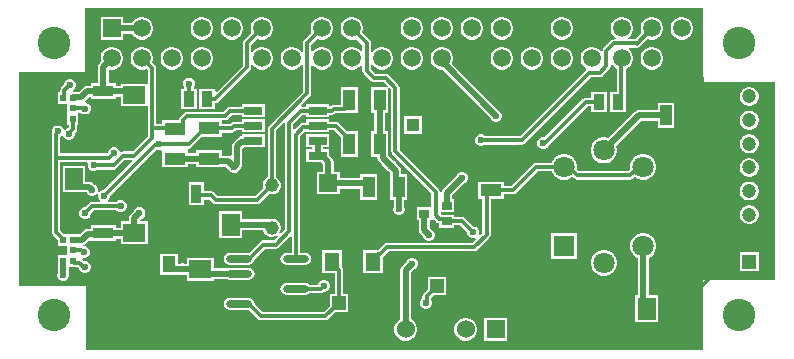
<source format=gbl>
G04*
G04 #@! TF.GenerationSoftware,Altium Limited,Altium Designer,22.3.1 (43)*
G04*
G04 Layer_Physical_Order=4*
G04 Layer_Color=16711680*
%FSLAX25Y25*%
%MOIN*%
G70*
G04*
G04 #@! TF.SameCoordinates,CFB6BFBE-1D4E-4C59-BBC9-44663F7F7C7A*
G04*
G04*
G04 #@! TF.FilePolarity,Positive*
G04*
G01*
G75*
%ADD17R,0.04921X0.06102*%
%ADD34R,0.04528X0.04528*%
%ADD35C,0.04528*%
%ADD36C,0.01280*%
%ADD39C,0.01181*%
%ADD40C,0.01968*%
%ADD41R,0.06024X0.06024*%
%ADD42C,0.06024*%
%ADD43C,0.05906*%
%ADD44R,0.05906X0.05906*%
%ADD45C,0.04331*%
%ADD46R,0.04331X0.04331*%
%ADD47R,0.04724X0.04724*%
%ADD48C,0.04724*%
%ADD49R,0.07087X0.07087*%
%ADD50C,0.07087*%
%ADD51C,0.10827*%
%ADD52C,0.02362*%
%ADD53R,0.07087X0.04134*%
%ADD54R,0.03347X0.06299*%
%ADD55R,0.05928X0.07316*%
%ADD56R,0.03740X0.05315*%
%ADD57R,0.06102X0.02756*%
%ADD58O,0.08661X0.02362*%
%ADD59R,0.03937X0.06890*%
%ADD60R,0.03543X0.02756*%
%ADD61R,0.04134X0.07087*%
%ADD62R,0.04449X0.05591*%
%ADD63R,0.07316X0.05928*%
%ADD64C,0.04634*%
%ADD65R,0.02055X0.02362*%
%ADD66R,0.06127X0.05924*%
%ADD67R,0.06693X0.03740*%
G36*
X229921Y91339D02*
X253937D01*
Y25591D01*
X229921D01*
Y1969D01*
X24409D01*
Y23425D01*
X1969D01*
Y94882D01*
X24016D01*
Y116142D01*
X229921D01*
Y91339D01*
D02*
G37*
%LPC*%
G36*
X43445Y113071D02*
X42460D01*
X41509Y112816D01*
X40656Y112324D01*
X39960Y111627D01*
X39677Y111137D01*
X36693D01*
Y113071D01*
X29213D01*
Y105591D01*
X36693D01*
Y107524D01*
X39677D01*
X39960Y107034D01*
X40656Y106338D01*
X41509Y105845D01*
X42460Y105591D01*
X43445D01*
X44396Y105845D01*
X45249Y106338D01*
X45946Y107034D01*
X46438Y107887D01*
X46693Y108838D01*
Y109823D01*
X46438Y110774D01*
X45946Y111627D01*
X45249Y112324D01*
X44396Y112816D01*
X43445Y113071D01*
D02*
G37*
G36*
X213445D02*
X212460D01*
X211509Y112816D01*
X210656Y112324D01*
X209960Y111627D01*
X209468Y110774D01*
X209213Y109823D01*
Y108838D01*
X209468Y107887D01*
X209488Y107852D01*
X207331Y105696D01*
X205138D01*
X205004Y106196D01*
X205249Y106338D01*
X205946Y107034D01*
X206438Y107887D01*
X206693Y108838D01*
Y109823D01*
X206438Y110774D01*
X205946Y111627D01*
X205249Y112324D01*
X204396Y112816D01*
X203445Y113071D01*
X202460D01*
X201509Y112816D01*
X200656Y112324D01*
X199960Y111627D01*
X199468Y110774D01*
X199213Y109823D01*
Y108838D01*
X199468Y107887D01*
X199960Y107034D01*
X200656Y106338D01*
X200901Y106196D01*
X200767Y105696D01*
X200433D01*
X199895Y105589D01*
X199440Y105285D01*
X196821Y102667D01*
X196517Y102211D01*
X196432Y101785D01*
X196085Y101666D01*
X195910Y101663D01*
X195249Y102324D01*
X194396Y102816D01*
X193445Y103071D01*
X192460D01*
X191509Y102816D01*
X190656Y102324D01*
X189960Y101627D01*
X189468Y100774D01*
X189213Y99823D01*
Y98838D01*
X189468Y97887D01*
X189960Y97034D01*
X190656Y96338D01*
X191106Y96078D01*
X191165Y95579D01*
X191135Y95484D01*
X169064Y73413D01*
X157403D01*
X157139Y73677D01*
X156415Y73976D01*
X155632D01*
X154909Y73677D01*
X154355Y73123D01*
X154055Y72399D01*
Y71616D01*
X154355Y70893D01*
X154909Y70339D01*
X155632Y70039D01*
X156415D01*
X157139Y70339D01*
X157403Y70603D01*
X169646D01*
X170183Y70710D01*
X170639Y71014D01*
X192747Y93123D01*
X195709D01*
X196246Y93230D01*
X196702Y93534D01*
X198808Y95640D01*
X199113Y96096D01*
X199220Y96634D01*
Y97316D01*
X199720Y97450D01*
X199960Y97034D01*
X200656Y96338D01*
X201390Y95914D01*
Y88248D01*
X198858D01*
Y81358D01*
X204173D01*
Y85947D01*
X204200Y86083D01*
Y95793D01*
X204396Y95846D01*
X205249Y96338D01*
X205946Y97034D01*
X206438Y97887D01*
X206693Y98838D01*
Y99823D01*
X206438Y100774D01*
X205946Y101627D01*
X205249Y102324D01*
X205140Y102386D01*
X205274Y102886D01*
X207676D01*
X207874Y102847D01*
X208412Y102954D01*
X208868Y103259D01*
X211474Y105866D01*
X211509Y105845D01*
X212460Y105591D01*
X213445D01*
X214396Y105845D01*
X215249Y106338D01*
X215946Y107034D01*
X216438Y107887D01*
X216693Y108838D01*
Y109823D01*
X216438Y110774D01*
X215946Y111627D01*
X215249Y112324D01*
X214396Y112816D01*
X213445Y113071D01*
D02*
G37*
G36*
X223445D02*
X222460D01*
X221509Y112816D01*
X220656Y112324D01*
X219960Y111627D01*
X219467Y110774D01*
X219213Y109823D01*
Y108838D01*
X219467Y107887D01*
X219960Y107034D01*
X220656Y106338D01*
X221509Y105845D01*
X222460Y105591D01*
X223445D01*
X224396Y105845D01*
X225249Y106338D01*
X225946Y107034D01*
X226438Y107887D01*
X226693Y108838D01*
Y109823D01*
X226438Y110774D01*
X225946Y111627D01*
X225249Y112324D01*
X224396Y112816D01*
X223445Y113071D01*
D02*
G37*
G36*
X183445D02*
X182460D01*
X181509Y112816D01*
X180656Y112324D01*
X179960Y111627D01*
X179467Y110774D01*
X179213Y109823D01*
Y108838D01*
X179467Y107887D01*
X179960Y107034D01*
X180656Y106338D01*
X181509Y105845D01*
X182460Y105591D01*
X183445D01*
X184396Y105845D01*
X185249Y106338D01*
X185946Y107034D01*
X186438Y107887D01*
X186693Y108838D01*
Y109823D01*
X186438Y110774D01*
X185946Y111627D01*
X185249Y112324D01*
X184396Y112816D01*
X183445Y113071D01*
D02*
G37*
G36*
X163445D02*
X162460D01*
X161509Y112816D01*
X160656Y112324D01*
X159960Y111627D01*
X159467Y110774D01*
X159213Y109823D01*
Y108838D01*
X159467Y107887D01*
X159960Y107034D01*
X160656Y106338D01*
X161509Y105845D01*
X162460Y105591D01*
X163445D01*
X164396Y105845D01*
X165249Y106338D01*
X165946Y107034D01*
X166438Y107887D01*
X166693Y108838D01*
Y109823D01*
X166438Y110774D01*
X165946Y111627D01*
X165249Y112324D01*
X164396Y112816D01*
X163445Y113071D01*
D02*
G37*
G36*
X153445D02*
X152460D01*
X151509Y112816D01*
X150656Y112324D01*
X149960Y111627D01*
X149468Y110774D01*
X149213Y109823D01*
Y108838D01*
X149468Y107887D01*
X149960Y107034D01*
X150656Y106338D01*
X151509Y105845D01*
X152460Y105591D01*
X153445D01*
X154396Y105845D01*
X155249Y106338D01*
X155946Y107034D01*
X156438Y107887D01*
X156693Y108838D01*
Y109823D01*
X156438Y110774D01*
X155946Y111627D01*
X155249Y112324D01*
X154396Y112816D01*
X153445Y113071D01*
D02*
G37*
G36*
X143445D02*
X142460D01*
X141509Y112816D01*
X140656Y112324D01*
X139960Y111627D01*
X139468Y110774D01*
X139213Y109823D01*
Y108838D01*
X139468Y107887D01*
X139960Y107034D01*
X140656Y106338D01*
X141509Y105845D01*
X142460Y105591D01*
X143445D01*
X144396Y105845D01*
X145249Y106338D01*
X145946Y107034D01*
X146438Y107887D01*
X146693Y108838D01*
Y109823D01*
X146438Y110774D01*
X145946Y111627D01*
X145249Y112324D01*
X144396Y112816D01*
X143445Y113071D01*
D02*
G37*
G36*
X133445D02*
X132460D01*
X131509Y112816D01*
X130656Y112324D01*
X129960Y111627D01*
X129467Y110774D01*
X129213Y109823D01*
Y108838D01*
X129467Y107887D01*
X129960Y107034D01*
X130656Y106338D01*
X131509Y105845D01*
X132460Y105591D01*
X133445D01*
X134396Y105845D01*
X135249Y106338D01*
X135946Y107034D01*
X136438Y107887D01*
X136693Y108838D01*
Y109823D01*
X136438Y110774D01*
X135946Y111627D01*
X135249Y112324D01*
X134396Y112816D01*
X133445Y113071D01*
D02*
G37*
G36*
X103445D02*
X102460D01*
X101509Y112816D01*
X100656Y112324D01*
X99960Y111627D01*
X99467Y110774D01*
X99213Y109823D01*
Y108838D01*
X99467Y107887D01*
X99488Y107852D01*
X97038Y105403D01*
X96733Y104947D01*
X96627Y104409D01*
Y101448D01*
X96127Y101314D01*
X95946Y101627D01*
X95249Y102324D01*
X94396Y102816D01*
X93445Y103071D01*
X92460D01*
X91509Y102816D01*
X90656Y102324D01*
X89960Y101627D01*
X89468Y100774D01*
X89213Y99823D01*
Y98838D01*
X89468Y97887D01*
X89960Y97034D01*
X90656Y96338D01*
X91509Y95846D01*
X92460Y95591D01*
X93445D01*
X94396Y95846D01*
X95249Y96338D01*
X95946Y97034D01*
X96127Y97348D01*
X96627Y97214D01*
Y88259D01*
X85259Y76892D01*
X84955Y76436D01*
X84848Y75898D01*
Y59720D01*
X84379Y59449D01*
X83811Y58881D01*
X83410Y58186D01*
X83202Y57410D01*
Y56606D01*
X83342Y56084D01*
X80749Y53492D01*
X68151D01*
X67027Y54615D01*
X66571Y54920D01*
X66034Y55027D01*
X63622D01*
Y58189D01*
X58701D01*
Y50315D01*
X63622D01*
Y52217D01*
X65452D01*
X66575Y51093D01*
X67031Y50789D01*
X67569Y50682D01*
X81331D01*
X81869Y50789D01*
X82325Y51093D01*
X85329Y54097D01*
X85851Y53957D01*
X86655D01*
X87431Y54165D01*
X88126Y54566D01*
X88694Y55134D01*
X89096Y55830D01*
X89304Y56606D01*
Y57410D01*
X89096Y58186D01*
X88694Y58881D01*
X88126Y59449D01*
X87658Y59720D01*
Y75317D01*
X90182Y77840D01*
X90682Y77633D01*
Y42354D01*
X89205Y40877D01*
X88805Y41184D01*
X89096Y41688D01*
X89304Y42464D01*
Y43268D01*
X89096Y44044D01*
X88694Y44740D01*
X88126Y45308D01*
X87431Y45709D01*
X86655Y45917D01*
X85851D01*
X85075Y45709D01*
X84887Y45601D01*
X84568Y45665D01*
X76256D01*
Y48304D01*
X68753D01*
Y39413D01*
X76256D01*
Y42052D01*
X83312D01*
X83410Y41688D01*
X83811Y40993D01*
X84379Y40425D01*
X85075Y40023D01*
X85851Y39815D01*
X86655D01*
X87431Y40023D01*
X87935Y40314D01*
X88242Y39914D01*
X86982Y38654D01*
X83292D01*
X82754Y38547D01*
X82299Y38242D01*
X78560Y34504D01*
X78543Y34507D01*
X72244D01*
X71476Y34354D01*
X70825Y33919D01*
X70390Y33268D01*
X70237Y32500D01*
X70390Y31732D01*
X70825Y31081D01*
X71476Y30646D01*
X72244Y30493D01*
X78543D01*
X79311Y30646D01*
X79962Y31081D01*
X80398Y31732D01*
X80550Y32500D01*
X80547Y32517D01*
X83874Y35844D01*
X87564D01*
X88101Y35951D01*
X88557Y36255D01*
X92424Y40123D01*
X92886Y39931D01*
Y34507D01*
X91142D01*
X90374Y34354D01*
X89723Y33919D01*
X89287Y33268D01*
X89135Y32500D01*
X89287Y31732D01*
X89723Y31081D01*
X90374Y30646D01*
X91142Y30493D01*
X97441D01*
X98209Y30646D01*
X98860Y31081D01*
X99295Y31732D01*
X99448Y32500D01*
X99295Y33268D01*
X98860Y33919D01*
X98209Y34354D01*
X97441Y34507D01*
X95696D01*
Y73355D01*
X97177Y74836D01*
X97677Y74705D01*
Y74705D01*
X105354D01*
Y75465D01*
X107076D01*
X109291Y73249D01*
Y66575D01*
X115000D01*
Y75236D01*
X111278D01*
X108651Y77864D01*
X108195Y78168D01*
X107658Y78275D01*
X105354D01*
Y79035D01*
X97677D01*
Y77744D01*
X96693D01*
X96155Y77637D01*
X95700Y77332D01*
X93954Y75586D01*
X93492Y75777D01*
Y77331D01*
X96625Y80465D01*
X97677D01*
Y79705D01*
X105354D01*
Y80524D01*
X106417D01*
X106955Y80631D01*
X107411Y80936D01*
X107472Y80997D01*
X110669D01*
X110805Y81024D01*
X115000D01*
Y89685D01*
X109291D01*
Y83807D01*
X106890D01*
X106352Y83700D01*
X105896Y83395D01*
X105854Y83353D01*
X105354Y83380D01*
Y84035D01*
X97677D01*
Y83275D01*
X96323D01*
X96116Y83775D01*
X99025Y86684D01*
X99330Y87139D01*
X99436Y87677D01*
Y96941D01*
X99936Y97075D01*
X99960Y97034D01*
X100656Y96338D01*
X101509Y95846D01*
X102460Y95591D01*
X103445D01*
X104396Y95846D01*
X105249Y96338D01*
X105946Y97034D01*
X106438Y97887D01*
X106693Y98838D01*
Y99823D01*
X106438Y100774D01*
X105946Y101627D01*
X105249Y102324D01*
X104396Y102816D01*
X103445Y103071D01*
X102460D01*
X101509Y102816D01*
X100656Y102324D01*
X99960Y101627D01*
X99936Y101587D01*
X99436Y101721D01*
Y103828D01*
X101474Y105866D01*
X101509Y105845D01*
X102460Y105591D01*
X103445D01*
X104396Y105845D01*
X105249Y106338D01*
X105946Y107034D01*
X106438Y107887D01*
X106693Y108838D01*
Y109823D01*
X106438Y110774D01*
X105946Y111627D01*
X105249Y112324D01*
X104396Y112816D01*
X103445Y113071D01*
D02*
G37*
G36*
X83445D02*
X82460D01*
X81509Y112816D01*
X80656Y112324D01*
X79960Y111627D01*
X79467Y110774D01*
X79213Y109823D01*
Y108838D01*
X79467Y107887D01*
X79488Y107852D01*
X76959Y105324D01*
X76655Y104868D01*
X76548Y104331D01*
Y96861D01*
X67903Y88217D01*
X67441Y88408D01*
Y89232D01*
X62126D01*
Y82342D01*
X67441D01*
Y84382D01*
X67461D01*
X67998Y84489D01*
X68454Y84794D01*
X78946Y95286D01*
X79251Y95742D01*
X79358Y96280D01*
Y97077D01*
X79858Y97211D01*
X79960Y97034D01*
X80656Y96338D01*
X81509Y95846D01*
X82460Y95591D01*
X83445D01*
X84396Y95846D01*
X85249Y96338D01*
X85946Y97034D01*
X86438Y97887D01*
X86693Y98838D01*
Y99823D01*
X86438Y100774D01*
X85946Y101627D01*
X85249Y102324D01*
X84396Y102816D01*
X83445Y103071D01*
X82460D01*
X81509Y102816D01*
X80656Y102324D01*
X79960Y101627D01*
X79858Y101450D01*
X79358Y101584D01*
Y103749D01*
X81474Y105866D01*
X81509Y105845D01*
X82460Y105591D01*
X83445D01*
X84396Y105845D01*
X85249Y106338D01*
X85946Y107034D01*
X86438Y107887D01*
X86693Y108838D01*
Y109823D01*
X86438Y110774D01*
X85946Y111627D01*
X85249Y112324D01*
X84396Y112816D01*
X83445Y113071D01*
D02*
G37*
G36*
X73445D02*
X72460D01*
X71509Y112816D01*
X70656Y112324D01*
X69960Y111627D01*
X69468Y110774D01*
X69213Y109823D01*
Y108838D01*
X69468Y107887D01*
X69960Y107034D01*
X70656Y106338D01*
X71509Y105845D01*
X72460Y105591D01*
X73445D01*
X74396Y105845D01*
X75249Y106338D01*
X75946Y107034D01*
X76438Y107887D01*
X76693Y108838D01*
Y109823D01*
X76438Y110774D01*
X75946Y111627D01*
X75249Y112324D01*
X74396Y112816D01*
X73445Y113071D01*
D02*
G37*
G36*
X63445D02*
X62460D01*
X61509Y112816D01*
X60656Y112324D01*
X59960Y111627D01*
X59468Y110774D01*
X59213Y109823D01*
Y108838D01*
X59468Y107887D01*
X59960Y107034D01*
X60656Y106338D01*
X61509Y105845D01*
X62460Y105591D01*
X63445D01*
X64396Y105845D01*
X65249Y106338D01*
X65946Y107034D01*
X66438Y107887D01*
X66693Y108838D01*
Y109823D01*
X66438Y110774D01*
X65946Y111627D01*
X65249Y112324D01*
X64396Y112816D01*
X63445Y113071D01*
D02*
G37*
G36*
X113445D02*
X112460D01*
X111509Y112816D01*
X110656Y112324D01*
X109960Y111627D01*
X109467Y110774D01*
X109213Y109823D01*
Y108838D01*
X109467Y107887D01*
X109960Y107034D01*
X110656Y106338D01*
X111509Y105845D01*
X112460Y105591D01*
X113445D01*
X114396Y105845D01*
X114431Y105866D01*
X116469Y103828D01*
Y101721D01*
X115969Y101587D01*
X115946Y101627D01*
X115249Y102324D01*
X114396Y102816D01*
X113445Y103071D01*
X112460D01*
X111509Y102816D01*
X110656Y102324D01*
X109960Y101627D01*
X109467Y100774D01*
X109213Y99823D01*
Y98838D01*
X109467Y97887D01*
X109960Y97034D01*
X110656Y96338D01*
X111509Y95846D01*
X112460Y95591D01*
X113445D01*
X114396Y95846D01*
X115249Y96338D01*
X115946Y97034D01*
X115969Y97075D01*
X116469Y96941D01*
Y95236D01*
X116576Y94699D01*
X116881Y94243D01*
X119400Y91723D01*
X119856Y91418D01*
X120394Y91312D01*
X123749D01*
X124875Y90185D01*
X124668Y89685D01*
X119331D01*
Y81024D01*
X120379D01*
Y75236D01*
X119331D01*
Y66575D01*
X121461D01*
Y66260D01*
X121599Y65569D01*
X121990Y64983D01*
X122895Y64078D01*
X123053Y63841D01*
X124114Y62780D01*
X124276Y62389D01*
X124830Y61835D01*
X125221Y61673D01*
X125753Y61142D01*
Y57657D01*
X125787Y57483D01*
Y52244D01*
X126835D01*
Y49925D01*
X126654Y49486D01*
Y48703D01*
X126953Y47979D01*
X127507Y47426D01*
X128231Y47126D01*
X129014D01*
X129737Y47426D01*
X130291Y47979D01*
X130591Y48703D01*
Y49486D01*
X130448Y49830D01*
Y52244D01*
X131496D01*
Y60905D01*
X129365D01*
Y61890D01*
X129228Y62581D01*
X128836Y63167D01*
X127776Y64227D01*
X127614Y64619D01*
X127060Y65173D01*
X126669Y65335D01*
X125767Y66237D01*
X125608Y66474D01*
X125074Y67008D01*
Y69823D01*
X125039Y69997D01*
Y75236D01*
X123991D01*
Y81024D01*
X125039D01*
Y89314D01*
X125539Y89521D01*
X126075Y88985D01*
Y68307D01*
X126182Y67769D01*
X126487Y67314D01*
X139461Y54339D01*
Y49764D01*
X134567D01*
Y45433D01*
X135320D01*
Y41996D01*
X135457Y41305D01*
X135849Y40719D01*
X136755Y39813D01*
X136993Y39239D01*
X137546Y38686D01*
X138270Y38386D01*
X139053D01*
X139777Y38686D01*
X140330Y39239D01*
X140630Y39963D01*
Y40746D01*
X140330Y41469D01*
X139777Y42023D01*
X139567Y42110D01*
X138932Y42744D01*
Y45433D01*
X139685D01*
Y45478D01*
X140185Y45685D01*
X141037Y44833D01*
X141493Y44529D01*
X142030Y44422D01*
X142047D01*
Y42874D01*
X147165D01*
Y43634D01*
X149103D01*
X151457Y41281D01*
Y40908D01*
X151756Y40184D01*
X152310Y39630D01*
X153034Y39331D01*
X153817D01*
X154060Y39432D01*
X154344Y39008D01*
X153158Y37822D01*
X124823D01*
X124285Y37715D01*
X123829Y37411D01*
X121820Y35401D01*
X121811D01*
X121675Y35374D01*
X116693D01*
Y27697D01*
X123189D01*
Y32865D01*
X123395Y33003D01*
X125405Y35012D01*
X153740D01*
X154278Y35119D01*
X154734Y35424D01*
X158828Y39518D01*
X159133Y39974D01*
X159240Y40512D01*
Y52520D01*
X163819D01*
Y53969D01*
X166673D01*
X167211Y54076D01*
X167667Y54381D01*
X175043Y61756D01*
X179558D01*
X179630Y61490D01*
X180200Y60502D01*
X181006Y59696D01*
X181994Y59126D01*
X183095Y58831D01*
X184236D01*
X185337Y59126D01*
X186325Y59696D01*
X186533Y59905D01*
X187116Y59321D01*
X187572Y59017D01*
X188110Y58910D01*
X205670D01*
X206207Y59017D01*
X206663Y59321D01*
X207246Y59905D01*
X207455Y59696D01*
X208443Y59126D01*
X209544Y58831D01*
X210684D01*
X211786Y59126D01*
X212773Y59696D01*
X213580Y60502D01*
X214150Y61490D01*
X214445Y62591D01*
Y63732D01*
X214150Y64833D01*
X213580Y65820D01*
X212773Y66627D01*
X211786Y67197D01*
X210684Y67492D01*
X209544D01*
X208443Y67197D01*
X207455Y66627D01*
X206649Y65820D01*
X206079Y64833D01*
X205784Y63732D01*
Y62591D01*
X205821Y62453D01*
X205088Y61720D01*
X188692D01*
X187959Y62453D01*
X187996Y62591D01*
Y63732D01*
X187701Y64833D01*
X187131Y65820D01*
X186325Y66627D01*
X185337Y67197D01*
X184236Y67492D01*
X183095D01*
X181994Y67197D01*
X181006Y66627D01*
X180200Y65820D01*
X179630Y64833D01*
X179558Y64566D01*
X174461D01*
X173923Y64459D01*
X173467Y64155D01*
X166091Y56779D01*
X163819D01*
Y58228D01*
X155157D01*
Y52520D01*
X156430D01*
Y41094D01*
X155717Y40381D01*
X155293Y40664D01*
X155394Y40908D01*
Y41691D01*
X155094Y42414D01*
X154540Y42968D01*
X153817Y43268D01*
X153444D01*
X150679Y46033D01*
X150223Y46337D01*
X149685Y46444D01*
X147165D01*
Y47205D01*
X143955D01*
X143819Y47232D01*
X142734D01*
X142510Y47492D01*
X142708Y47992D01*
X147165D01*
Y52323D01*
X146413D01*
Y53740D01*
X150448Y57775D01*
X150839Y57938D01*
X151393Y58491D01*
X151693Y59215D01*
Y59998D01*
X151393Y60721D01*
X150839Y61275D01*
X150116Y61575D01*
X149333D01*
X148609Y61275D01*
X148056Y60721D01*
X147894Y60330D01*
X143329Y55765D01*
X142937Y55180D01*
X142800Y54488D01*
Y52323D01*
X142271D01*
Y54921D01*
X142164Y55459D01*
X141860Y55915D01*
X128885Y68889D01*
Y89567D01*
X128778Y90105D01*
X128474Y90560D01*
X125324Y93710D01*
X124868Y94015D01*
X124331Y94121D01*
X120976D01*
X119279Y95818D01*
Y97214D01*
X119779Y97348D01*
X119960Y97034D01*
X120656Y96338D01*
X121509Y95846D01*
X122460Y95591D01*
X123445D01*
X124396Y95846D01*
X125249Y96338D01*
X125946Y97034D01*
X126438Y97887D01*
X126693Y98838D01*
Y99823D01*
X126438Y100774D01*
X125946Y101627D01*
X125249Y102324D01*
X124396Y102816D01*
X123445Y103071D01*
X122460D01*
X121509Y102816D01*
X120656Y102324D01*
X119960Y101627D01*
X119779Y101314D01*
X119279Y101448D01*
Y104409D01*
X119172Y104947D01*
X118868Y105403D01*
X116418Y107852D01*
X116438Y107887D01*
X116693Y108838D01*
Y109823D01*
X116438Y110774D01*
X115946Y111627D01*
X115249Y112324D01*
X114396Y112816D01*
X113445Y113071D01*
D02*
G37*
G36*
X213445Y103071D02*
X212460D01*
X211509Y102816D01*
X210656Y102324D01*
X209960Y101627D01*
X209468Y100774D01*
X209213Y99823D01*
Y98838D01*
X209468Y97887D01*
X209960Y97034D01*
X210656Y96338D01*
X211509Y95846D01*
X212460Y95591D01*
X213445D01*
X214396Y95846D01*
X215249Y96338D01*
X215946Y97034D01*
X216438Y97887D01*
X216693Y98838D01*
Y99823D01*
X216438Y100774D01*
X215946Y101627D01*
X215249Y102324D01*
X214396Y102816D01*
X213445Y103071D01*
D02*
G37*
G36*
X183445D02*
X182460D01*
X181509Y102816D01*
X180656Y102324D01*
X179960Y101627D01*
X179467Y100774D01*
X179213Y99823D01*
Y98838D01*
X179467Y97887D01*
X179960Y97034D01*
X180656Y96338D01*
X181509Y95846D01*
X182460Y95591D01*
X183445D01*
X184396Y95846D01*
X185249Y96338D01*
X185946Y97034D01*
X186438Y97887D01*
X186693Y98838D01*
Y99823D01*
X186438Y100774D01*
X185946Y101627D01*
X185249Y102324D01*
X184396Y102816D01*
X183445Y103071D01*
D02*
G37*
G36*
X173445D02*
X172460D01*
X171509Y102816D01*
X170656Y102324D01*
X169960Y101627D01*
X169467Y100774D01*
X169213Y99823D01*
Y98838D01*
X169467Y97887D01*
X169960Y97034D01*
X170656Y96338D01*
X171509Y95846D01*
X172460Y95591D01*
X173445D01*
X174396Y95846D01*
X175249Y96338D01*
X175946Y97034D01*
X176438Y97887D01*
X176693Y98838D01*
Y99823D01*
X176438Y100774D01*
X175946Y101627D01*
X175249Y102324D01*
X174396Y102816D01*
X173445Y103071D01*
D02*
G37*
G36*
X163445D02*
X162460D01*
X161509Y102816D01*
X160656Y102324D01*
X159960Y101627D01*
X159467Y100774D01*
X159213Y99823D01*
Y98838D01*
X159467Y97887D01*
X159960Y97034D01*
X160656Y96338D01*
X161509Y95846D01*
X162460Y95591D01*
X163445D01*
X164396Y95846D01*
X165249Y96338D01*
X165946Y97034D01*
X166438Y97887D01*
X166693Y98838D01*
Y99823D01*
X166438Y100774D01*
X165946Y101627D01*
X165249Y102324D01*
X164396Y102816D01*
X163445Y103071D01*
D02*
G37*
G36*
X133445D02*
X132460D01*
X131509Y102816D01*
X130656Y102324D01*
X129960Y101627D01*
X129467Y100774D01*
X129213Y99823D01*
Y98838D01*
X129467Y97887D01*
X129960Y97034D01*
X130656Y96338D01*
X131509Y95846D01*
X132460Y95591D01*
X133445D01*
X134396Y95846D01*
X135249Y96338D01*
X135946Y97034D01*
X136438Y97887D01*
X136693Y98838D01*
Y99823D01*
X136438Y100774D01*
X135946Y101627D01*
X135249Y102324D01*
X134396Y102816D01*
X133445Y103071D01*
D02*
G37*
G36*
X63445D02*
X62460D01*
X61509Y102816D01*
X60656Y102324D01*
X59960Y101627D01*
X59468Y100774D01*
X59213Y99823D01*
Y98838D01*
X59468Y97887D01*
X59960Y97034D01*
X60656Y96338D01*
X61509Y95846D01*
X62460Y95591D01*
X63445D01*
X64396Y95846D01*
X65249Y96338D01*
X65946Y97034D01*
X66438Y97887D01*
X66693Y98838D01*
Y99823D01*
X66438Y100774D01*
X65946Y101627D01*
X65249Y102324D01*
X64396Y102816D01*
X63445Y103071D01*
D02*
G37*
G36*
X53445D02*
X52460D01*
X51509Y102816D01*
X50656Y102324D01*
X49960Y101627D01*
X49468Y100774D01*
X49213Y99823D01*
Y98838D01*
X49468Y97887D01*
X49960Y97034D01*
X50656Y96338D01*
X51509Y95846D01*
X52460Y95591D01*
X53445D01*
X54396Y95846D01*
X55249Y96338D01*
X55946Y97034D01*
X56438Y97887D01*
X56693Y98838D01*
Y99823D01*
X56438Y100774D01*
X55946Y101627D01*
X55249Y102324D01*
X54396Y102816D01*
X53445Y103071D01*
D02*
G37*
G36*
X43445D02*
X42460D01*
X41509Y102816D01*
X40656Y102324D01*
X39960Y101627D01*
X39467Y100774D01*
X39213Y99823D01*
Y98838D01*
X39467Y97887D01*
X39960Y97034D01*
X40656Y96338D01*
X41509Y95846D01*
X42460Y95591D01*
X43445D01*
X44396Y95846D01*
X44431Y95865D01*
X44894Y95402D01*
Y90823D01*
X36027D01*
Y90114D01*
X34252D01*
Y90965D01*
X31925D01*
Y95323D01*
X32321Y95628D01*
X32460Y95591D01*
X33445D01*
X34396Y95846D01*
X35249Y96338D01*
X35946Y97034D01*
X36438Y97887D01*
X36693Y98838D01*
Y99823D01*
X36438Y100774D01*
X35946Y101627D01*
X35249Y102324D01*
X34396Y102816D01*
X33445Y103071D01*
X32460D01*
X31509Y102816D01*
X30656Y102324D01*
X29960Y101627D01*
X29467Y100774D01*
X29213Y99823D01*
Y98838D01*
X29359Y98292D01*
X28841Y97773D01*
X28449Y97187D01*
X28312Y96496D01*
Y90965D01*
X25984D01*
Y90114D01*
X24724D01*
X24033Y89976D01*
X23447Y89584D01*
X22047Y88184D01*
X19977D01*
X19953Y88221D01*
X20052Y88804D01*
X20606Y89357D01*
X20906Y90081D01*
Y90864D01*
X20606Y91588D01*
X20052Y92141D01*
X19329Y92441D01*
X18545D01*
X17822Y92141D01*
X17268Y91588D01*
X16969Y90864D01*
Y90491D01*
X16141Y89663D01*
X15837Y89208D01*
X15730Y88670D01*
Y88150D01*
X14883D01*
Y84213D01*
X18119D01*
Y80669D01*
Y77126D01*
X18529D01*
Y76229D01*
X18284Y75984D01*
X18230D01*
X17507Y75685D01*
X17312Y75490D01*
X16738Y75623D01*
X16551Y76076D01*
X15997Y76629D01*
X15273Y76929D01*
X14490D01*
X13767Y76629D01*
X13213Y76076D01*
X12913Y75352D01*
Y74569D01*
X12944Y74496D01*
X12847Y74011D01*
Y66220D01*
Y41497D01*
X12954Y40959D01*
X13259Y40503D01*
X14883Y38879D01*
Y36929D01*
X18119D01*
Y33779D01*
X14883D01*
Y29842D01*
X14891D01*
Y27825D01*
X14764Y27518D01*
Y26734D01*
X15064Y26011D01*
X15617Y25457D01*
X16341Y25157D01*
X17124D01*
X17847Y25457D01*
X18401Y26011D01*
X18701Y26734D01*
Y27518D01*
X18504Y27993D01*
Y29842D01*
X20235D01*
X20371Y29816D01*
X21539D01*
X22008Y29347D01*
Y29294D01*
X22308Y28570D01*
X22861Y28016D01*
X23585Y27716D01*
X24368D01*
X25091Y28016D01*
X25645Y28570D01*
X25945Y29294D01*
Y30077D01*
X25645Y30800D01*
X25091Y31354D01*
X24368Y31653D01*
X23675D01*
X23115Y32214D01*
X23113Y32215D01*
X23159Y32395D01*
X23322Y32677D01*
X24014D01*
X24737Y32977D01*
X25291Y33531D01*
X25591Y34254D01*
Y35037D01*
X25291Y35761D01*
X24737Y36314D01*
X24014Y36614D01*
X23314D01*
X23266Y37101D01*
X23270Y37115D01*
X23841Y37229D01*
X24427Y37620D01*
X25484Y38678D01*
X25984Y38471D01*
Y38327D01*
X34252D01*
Y39178D01*
X36027D01*
Y37494D01*
X44918D01*
Y44997D01*
X42668D01*
X42461Y45496D01*
X42889Y45925D01*
X43280Y46087D01*
X43834Y46641D01*
X44134Y47364D01*
Y48147D01*
X43834Y48871D01*
X43280Y49425D01*
X42557Y49724D01*
X41774D01*
X41050Y49425D01*
X40497Y48871D01*
X40334Y48480D01*
X39195Y47340D01*
X38804Y46754D01*
X38666Y46063D01*
Y44997D01*
X36027D01*
Y42791D01*
X34252D01*
Y43642D01*
X25984D01*
Y42476D01*
X24921D01*
X24230Y42338D01*
X23644Y41947D01*
X22401Y40704D01*
X21749D01*
Y40866D01*
X16870D01*
X15657Y42079D01*
Y64815D01*
X24696D01*
X25030Y64315D01*
X24921Y64053D01*
Y63270D01*
X25221Y62546D01*
X25775Y61993D01*
X26498Y61693D01*
X27281D01*
X28005Y61993D01*
X28269Y62256D01*
X33506D01*
X34044Y62363D01*
X34500Y62668D01*
X37317Y65485D01*
X39616D01*
X39808Y65023D01*
X30297Y55512D01*
X29923D01*
X29200Y55212D01*
X28732Y54744D01*
X28308Y55027D01*
X28346Y55120D01*
Y55903D01*
X28047Y56627D01*
X27493Y57181D01*
X26920Y57418D01*
X26640Y57698D01*
X26054Y58090D01*
X25362Y58227D01*
X24052D01*
Y63540D01*
X16549D01*
Y54649D01*
X22105D01*
X22280Y54615D01*
X24614D01*
X24622Y54606D01*
X24709Y54397D01*
X25263Y53843D01*
X25986Y53543D01*
X26770D01*
X27493Y53843D01*
X27961Y54311D01*
X28385Y54028D01*
X28346Y53935D01*
Y53152D01*
X28646Y52428D01*
X29130Y51944D01*
X29065Y51614D01*
X28977Y51444D01*
X26417D01*
X25880Y51337D01*
X25424Y51033D01*
X24076Y49685D01*
X23703D01*
X22979Y49385D01*
X22426Y48832D01*
X22126Y48108D01*
Y47325D01*
X22426Y46602D01*
X22979Y46048D01*
X23703Y45748D01*
X24486D01*
X25210Y46048D01*
X25763Y46602D01*
X26063Y47325D01*
Y47698D01*
X26999Y48634D01*
X34487D01*
X34751Y48371D01*
X35475Y48071D01*
X36258D01*
X36981Y48371D01*
X37535Y48924D01*
X37835Y49648D01*
Y50431D01*
X37535Y51154D01*
X36981Y51708D01*
X36258Y52008D01*
X35475D01*
X34751Y51708D01*
X34487Y51444D01*
X31653D01*
X31565Y51614D01*
X31500Y51944D01*
X31984Y52428D01*
X32283Y53152D01*
Y53525D01*
X47680Y68922D01*
X48309Y68661D01*
X49028D01*
X49092Y68661D01*
X49528Y68300D01*
Y63032D01*
X58189D01*
Y64119D01*
X60984D01*
Y63071D01*
X69646D01*
Y63166D01*
X71063D01*
X72024Y62205D01*
X72111Y61995D01*
X72664Y61441D01*
X73388Y61142D01*
X74171D01*
X74895Y61441D01*
X75448Y61995D01*
X75686Y62568D01*
X75923Y62806D01*
X76315Y63392D01*
X76452Y64083D01*
Y69252D01*
X76870Y69670D01*
X79665D01*
X79840Y69705D01*
X83898D01*
Y74035D01*
X76221D01*
Y73283D01*
X76122D01*
X75431Y73145D01*
X74845Y72754D01*
X73368Y71277D01*
X72977Y70691D01*
X72839Y70000D01*
Y66971D01*
X72339Y66673D01*
X71811Y66779D01*
X69646D01*
Y68779D01*
X60984D01*
Y67732D01*
X58189D01*
Y68725D01*
X58189Y68740D01*
X58226Y69225D01*
X58504D01*
X59042Y69332D01*
X59497Y69636D01*
X62971Y73110D01*
X69646D01*
Y74560D01*
X72874D01*
X73412Y74667D01*
X73867Y74971D01*
X74361Y75465D01*
X76221D01*
Y74705D01*
X83898D01*
Y79035D01*
X76221D01*
Y78275D01*
X73779D01*
X73242Y78168D01*
X72786Y77864D01*
X72292Y77369D01*
X69646D01*
Y78752D01*
X70669D01*
X71207Y78860D01*
X71663Y79164D01*
X72964Y80465D01*
X76221D01*
Y79705D01*
X83898D01*
Y84035D01*
X76221D01*
Y83275D01*
X72382D01*
X71844Y83168D01*
X71388Y82863D01*
X70087Y81562D01*
X58091D01*
X57553Y81455D01*
X57097Y81151D01*
X55742Y79795D01*
X55437Y79340D01*
X55330Y78802D01*
Y78780D01*
X49528D01*
Y77369D01*
X47704D01*
Y95984D01*
X47597Y96522D01*
X47293Y96978D01*
X46418Y97852D01*
X46438Y97887D01*
X46693Y98838D01*
Y99823D01*
X46438Y100774D01*
X45946Y101627D01*
X45249Y102324D01*
X44396Y102816D01*
X43445Y103071D01*
D02*
G37*
G36*
X245808Y89764D02*
X244979D01*
X244178Y89549D01*
X243460Y89135D01*
X242873Y88548D01*
X242459Y87830D01*
X242244Y87029D01*
Y86199D01*
X242459Y85399D01*
X242873Y84680D01*
X243460Y84094D01*
X244178Y83679D01*
X244979Y83465D01*
X245808D01*
X246609Y83679D01*
X247328Y84094D01*
X247914Y84680D01*
X248329Y85399D01*
X248543Y86199D01*
Y87029D01*
X248329Y87830D01*
X247914Y88548D01*
X247328Y89135D01*
X246609Y89549D01*
X245808Y89764D01*
D02*
G37*
G36*
X59053Y92913D02*
X58270D01*
X57546Y92614D01*
X56993Y92060D01*
X56693Y91336D01*
Y90553D01*
X56993Y89830D01*
X57090Y89732D01*
X56883Y89232D01*
X56024D01*
Y82342D01*
X61339D01*
Y89232D01*
X60440D01*
X60233Y89732D01*
X60330Y89830D01*
X60630Y90553D01*
Y91336D01*
X60330Y92060D01*
X59777Y92614D01*
X59053Y92913D01*
D02*
G37*
G36*
X198071Y88248D02*
X192756D01*
Y86208D01*
X190965D01*
X190427Y86101D01*
X189971Y85797D01*
X177166Y72991D01*
X177163Y72992D01*
X176380D01*
X175657Y72692D01*
X175103Y72139D01*
X174803Y71415D01*
Y70632D01*
X175103Y69909D01*
X175657Y69355D01*
X176380Y69055D01*
X177163D01*
X177887Y69355D01*
X178440Y69909D01*
X178712Y70563D01*
X191546Y83398D01*
X192756D01*
Y81358D01*
X198071D01*
Y88248D01*
D02*
G37*
G36*
X12052Y84065D02*
X11485D01*
X10960Y83848D01*
X10559Y83446D01*
X10341Y82922D01*
Y82354D01*
X10559Y81829D01*
X10960Y81428D01*
X11485Y81211D01*
X12052D01*
X12577Y81428D01*
X12978Y81829D01*
X13196Y82354D01*
Y82922D01*
X12978Y83446D01*
X12577Y83848D01*
X12052Y84065D01*
D02*
G37*
G36*
X143445Y103071D02*
X142460D01*
X141509Y102816D01*
X140656Y102324D01*
X139960Y101627D01*
X139468Y100774D01*
X139213Y99823D01*
Y98838D01*
X139468Y97887D01*
X139960Y97034D01*
X140656Y96338D01*
X141509Y95846D01*
X142460Y95591D01*
X143142D01*
X159117Y79616D01*
X159355Y79042D01*
X159908Y78489D01*
X160632Y78189D01*
X161415D01*
X162139Y78489D01*
X162692Y79042D01*
X162992Y79766D01*
Y80549D01*
X162692Y81273D01*
X162139Y81826D01*
X161929Y81913D01*
X146261Y97581D01*
X146438Y97887D01*
X146693Y98838D01*
Y99823D01*
X146438Y100774D01*
X145946Y101627D01*
X145249Y102324D01*
X144396Y102816D01*
X143445Y103071D01*
D02*
G37*
G36*
X220472Y84547D02*
X214961D01*
Y82121D01*
X208567D01*
X207876Y81984D01*
X207290Y81592D01*
X198411Y72714D01*
X197460Y72969D01*
X196320D01*
X195218Y72673D01*
X194231Y72103D01*
X193424Y71297D01*
X192854Y70309D01*
X192559Y69208D01*
Y68068D01*
X192854Y66966D01*
X193424Y65979D01*
X194231Y65172D01*
X195218Y64602D01*
X196320Y64307D01*
X197460D01*
X198561Y64602D01*
X199549Y65172D01*
X200355Y65979D01*
X200925Y66966D01*
X201220Y68068D01*
Y69208D01*
X200966Y70159D01*
X209315Y78509D01*
X214961D01*
Y76083D01*
X220472D01*
Y84547D01*
D02*
G37*
G36*
X245808Y81890D02*
X244979D01*
X244178Y81675D01*
X243460Y81261D01*
X242873Y80674D01*
X242459Y79956D01*
X242244Y79155D01*
Y78325D01*
X242459Y77525D01*
X242873Y76806D01*
X243460Y76220D01*
X244178Y75805D01*
X244979Y75590D01*
X245808D01*
X246609Y75805D01*
X247328Y76220D01*
X247914Y76806D01*
X248329Y77525D01*
X248543Y78325D01*
Y79155D01*
X248329Y79956D01*
X247914Y80674D01*
X247328Y81261D01*
X246609Y81675D01*
X245808Y81890D01*
D02*
G37*
G36*
X136221Y80158D02*
X130315D01*
Y74252D01*
X136221D01*
Y80158D01*
D02*
G37*
G36*
X245808Y74016D02*
X244979D01*
X244178Y73801D01*
X243460Y73387D01*
X242873Y72800D01*
X242459Y72082D01*
X242244Y71281D01*
Y70451D01*
X242459Y69650D01*
X242873Y68932D01*
X243460Y68346D01*
X244178Y67931D01*
X244979Y67716D01*
X245808D01*
X246609Y67931D01*
X247328Y68346D01*
X247914Y68932D01*
X248329Y69650D01*
X248543Y70451D01*
Y71281D01*
X248329Y72082D01*
X247914Y72800D01*
X247328Y73387D01*
X246609Y73801D01*
X245808Y74016D01*
D02*
G37*
G36*
Y66142D02*
X244979D01*
X244178Y65927D01*
X243460Y65512D01*
X242873Y64926D01*
X242459Y64208D01*
X242244Y63407D01*
Y62577D01*
X242459Y61776D01*
X242873Y61058D01*
X243460Y60472D01*
X244178Y60057D01*
X244979Y59842D01*
X245808D01*
X246609Y60057D01*
X247328Y60472D01*
X247914Y61058D01*
X248329Y61776D01*
X248543Y62577D01*
Y63407D01*
X248329Y64208D01*
X247914Y64926D01*
X247328Y65512D01*
X246609Y65927D01*
X245808Y66142D01*
D02*
G37*
G36*
X105354Y74035D02*
X97677D01*
Y69705D01*
X99709D01*
Y69035D01*
X97677D01*
Y64705D01*
X102800D01*
X103351Y64153D01*
Y61469D01*
X101307D01*
Y53970D01*
X109008D01*
Y55913D01*
X115748D01*
Y52244D01*
X121457D01*
Y60905D01*
X115748D01*
Y59526D01*
X109008D01*
Y61469D01*
X106964D01*
Y64902D01*
X106826Y65593D01*
X106435Y66179D01*
X105354Y67259D01*
Y69035D01*
X103322D01*
Y69705D01*
X105354D01*
Y74035D01*
D02*
G37*
G36*
X245808Y58268D02*
X244979D01*
X244178Y58053D01*
X243460Y57638D01*
X242873Y57052D01*
X242459Y56334D01*
X242244Y55533D01*
Y54703D01*
X242459Y53902D01*
X242873Y53184D01*
X243460Y52598D01*
X244178Y52183D01*
X244979Y51968D01*
X245808D01*
X246609Y52183D01*
X247328Y52598D01*
X247914Y53184D01*
X248329Y53902D01*
X248543Y54703D01*
Y55533D01*
X248329Y56334D01*
X247914Y57052D01*
X247328Y57638D01*
X246609Y58053D01*
X245808Y58268D01*
D02*
G37*
G36*
Y50394D02*
X244979D01*
X244178Y50179D01*
X243460Y49764D01*
X242873Y49178D01*
X242459Y48460D01*
X242244Y47659D01*
Y46829D01*
X242459Y46028D01*
X242873Y45310D01*
X243460Y44724D01*
X244178Y44309D01*
X244979Y44094D01*
X245808D01*
X246609Y44309D01*
X247328Y44724D01*
X247914Y45310D01*
X248329Y46028D01*
X248543Y46829D01*
Y47659D01*
X248329Y48460D01*
X247914Y49178D01*
X247328Y49764D01*
X246609Y50179D01*
X245808Y50394D01*
D02*
G37*
G36*
X12052Y36781D02*
X11485D01*
X10960Y36564D01*
X10559Y36163D01*
X10341Y35638D01*
Y35070D01*
X10559Y34546D01*
X10960Y34144D01*
X11485Y33927D01*
X12052D01*
X12577Y34144D01*
X12978Y34546D01*
X13196Y35070D01*
Y35638D01*
X12978Y36163D01*
X12577Y36564D01*
X12052Y36781D01*
D02*
G37*
G36*
X187996Y41043D02*
X179335D01*
Y32382D01*
X187996D01*
Y41043D01*
D02*
G37*
G36*
X248543Y34646D02*
X242244D01*
Y28346D01*
X248543D01*
Y34646D01*
D02*
G37*
G36*
X197460Y35567D02*
X196320D01*
X195218Y35272D01*
X194231Y34702D01*
X193424Y33895D01*
X192854Y32908D01*
X192559Y31806D01*
Y30666D01*
X192854Y29565D01*
X193424Y28577D01*
X194231Y27771D01*
X195218Y27201D01*
X196320Y26906D01*
X197460D01*
X198561Y27201D01*
X199549Y27771D01*
X200355Y28577D01*
X200925Y29565D01*
X201220Y30666D01*
Y31806D01*
X200925Y32908D01*
X200355Y33895D01*
X199549Y34702D01*
X198561Y35272D01*
X197460Y35567D01*
D02*
G37*
G36*
X54862Y34252D02*
X48839D01*
Y27087D01*
X54862D01*
Y27195D01*
X55709D01*
X56065Y27047D01*
X56848D01*
X57204Y27195D01*
X57956D01*
Y25249D01*
X66847D01*
Y25694D01*
X71404D01*
X71476Y25646D01*
X72244Y25493D01*
X78543D01*
X79311Y25646D01*
X79962Y26081D01*
X80398Y26732D01*
X80550Y27500D01*
X80398Y28268D01*
X79962Y28919D01*
X79311Y29354D01*
X78543Y29507D01*
X72244D01*
X71476Y29354D01*
X71404Y29306D01*
X66847D01*
Y32752D01*
X57956D01*
Y30807D01*
X57275D01*
X56848Y30984D01*
X56065D01*
X55638Y30807D01*
X54862D01*
Y34252D01*
D02*
G37*
G36*
X104053Y25512D02*
X103270D01*
X102546Y25212D01*
X101993Y24658D01*
X101693Y23935D01*
Y23905D01*
X98870D01*
X98860Y23919D01*
X98209Y24354D01*
X97441Y24507D01*
X91142D01*
X90374Y24354D01*
X89723Y23919D01*
X89287Y23268D01*
X89135Y22500D01*
X89287Y21732D01*
X89723Y21081D01*
X90374Y20646D01*
X91142Y20493D01*
X97441D01*
X98209Y20646D01*
X98860Y21081D01*
X98870Y21095D01*
X102618D01*
X103156Y21202D01*
X103612Y21507D01*
X103680Y21575D01*
X104053D01*
X104777Y21874D01*
X105330Y22428D01*
X105630Y23152D01*
Y23935D01*
X105330Y24658D01*
X104777Y25212D01*
X104053Y25512D01*
D02*
G37*
G36*
X144331Y26476D02*
X138228D01*
Y22361D01*
X136870Y21003D01*
X136566Y20547D01*
X136459Y20009D01*
Y19321D01*
X135969Y18832D01*
X135669Y18108D01*
Y17325D01*
X135969Y16601D01*
X136523Y16048D01*
X137246Y15748D01*
X138029D01*
X138753Y16048D01*
X139307Y16601D01*
X139606Y17325D01*
Y18108D01*
X139307Y18832D01*
X139269Y18869D01*
Y19428D01*
X140215Y20374D01*
X144331D01*
Y26476D01*
D02*
G37*
G36*
X109606Y35374D02*
X103110D01*
Y27697D01*
X107237D01*
Y20925D01*
X105591D01*
Y16810D01*
X103572Y14791D01*
X83239D01*
X80547Y17483D01*
X80550Y17500D01*
X80398Y18268D01*
X79962Y18919D01*
X79311Y19354D01*
X78543Y19507D01*
X72244D01*
X71476Y19354D01*
X70825Y18919D01*
X70390Y18268D01*
X70237Y17500D01*
X70390Y16732D01*
X70825Y16081D01*
X71476Y15646D01*
X72244Y15493D01*
X78543D01*
X78560Y15496D01*
X81664Y12392D01*
X82120Y12088D01*
X82657Y11981D01*
X104154D01*
X104691Y12088D01*
X105147Y12392D01*
X107578Y14823D01*
X111693D01*
Y20925D01*
X110047D01*
Y28661D01*
X109940Y29199D01*
X109635Y29655D01*
X109606Y29684D01*
Y35374D01*
D02*
G37*
G36*
X210684Y41043D02*
X209544D01*
X208443Y40748D01*
X207455Y40178D01*
X206649Y39372D01*
X206079Y38384D01*
X205784Y37283D01*
Y36142D01*
X206079Y35041D01*
X206649Y34054D01*
X207455Y33247D01*
X208308Y32755D01*
Y20311D01*
X207445D01*
Y11421D01*
X214947D01*
Y20311D01*
X211920D01*
Y32755D01*
X212773Y33247D01*
X213580Y34054D01*
X214150Y35041D01*
X214445Y36142D01*
Y37283D01*
X214150Y38384D01*
X213580Y39372D01*
X212773Y40178D01*
X211786Y40748D01*
X210684Y41043D01*
D02*
G37*
G36*
X164744Y12854D02*
X157146D01*
Y5256D01*
X164744D01*
Y12854D01*
D02*
G37*
G36*
X151445D02*
X150445D01*
X149478Y12595D01*
X148612Y12095D01*
X147905Y11388D01*
X147405Y10522D01*
X147146Y9555D01*
Y8555D01*
X147405Y7589D01*
X147905Y6722D01*
X148612Y6015D01*
X149478Y5515D01*
X150445Y5256D01*
X151445D01*
X152411Y5515D01*
X153278Y6015D01*
X153985Y6722D01*
X154485Y7589D01*
X154744Y8555D01*
Y9555D01*
X154485Y10522D01*
X153985Y11388D01*
X153278Y12095D01*
X152411Y12595D01*
X151445Y12854D01*
D02*
G37*
G36*
X133423Y32874D02*
X132640D01*
X131916Y32574D01*
X131363Y32021D01*
X131201Y31629D01*
X129668Y30096D01*
X129276Y29510D01*
X129139Y28819D01*
Y12399D01*
X128612Y12095D01*
X127905Y11388D01*
X127405Y10522D01*
X127146Y9555D01*
Y8555D01*
X127405Y7589D01*
X127905Y6722D01*
X128612Y6015D01*
X129478Y5515D01*
X130445Y5256D01*
X131445D01*
X132411Y5515D01*
X133278Y6015D01*
X133985Y6722D01*
X134485Y7589D01*
X134744Y8555D01*
Y9555D01*
X134485Y10522D01*
X133985Y11388D01*
X133278Y12095D01*
X132751Y12399D01*
Y28071D01*
X133755Y29074D01*
X134147Y29237D01*
X134700Y29790D01*
X135000Y30514D01*
Y31297D01*
X134700Y32021D01*
X134147Y32574D01*
X133423Y32874D01*
D02*
G37*
%LPD*%
G36*
X36027Y83320D02*
X44894D01*
Y76102D01*
Y73286D01*
X39903Y68295D01*
X36735D01*
X36197Y68188D01*
X36162Y68164D01*
X36088Y68162D01*
X35576Y68374D01*
X35370Y68871D01*
X34816Y69425D01*
X34092Y69724D01*
X33309D01*
X32586Y69425D01*
X32032Y68871D01*
X31732Y68147D01*
Y67774D01*
X31583Y67625D01*
X15657D01*
Y73151D01*
X15997Y73292D01*
X16192Y73487D01*
X16766Y73353D01*
X16953Y72901D01*
X17507Y72347D01*
X18230Y72047D01*
X19014D01*
X19737Y72347D01*
X20291Y72901D01*
X20591Y73624D01*
Y74317D01*
X20927Y74654D01*
X21232Y75109D01*
X21339Y75647D01*
Y77126D01*
X21749D01*
Y81213D01*
X22617D01*
X22901Y80930D01*
X23624Y80630D01*
X24407D01*
X25131Y80930D01*
X25685Y81483D01*
X25984Y82207D01*
Y82990D01*
X25685Y83714D01*
X25131Y84267D01*
X24407Y84567D01*
X24174D01*
X24022Y85067D01*
X24073Y85101D01*
X25473Y86501D01*
X25984D01*
Y85650D01*
X34252D01*
Y86501D01*
X36027D01*
Y83320D01*
D02*
G37*
D17*
X106358Y31535D02*
D03*
X119941D02*
D03*
D34*
X141279Y23425D02*
D03*
X150531D02*
D03*
X108642Y17874D02*
D03*
X117894D02*
D03*
X72111Y57008D02*
D03*
D35*
X86253D02*
D03*
Y42866D02*
D03*
D36*
X11768Y82638D02*
D03*
Y35354D02*
D03*
D39*
X14375Y82638D02*
X14176Y83635D01*
X13611Y84481D01*
X12766Y85046D01*
X11768Y85244D01*
X10771Y85046D01*
X9926Y84481D01*
X9361Y83635D01*
X9162Y82638D01*
X9361Y81640D01*
X9926Y80795D01*
X10771Y80230D01*
X11768Y80032D01*
X12766Y80230D01*
X13611Y80795D01*
X14176Y81640D01*
X14375Y82638D01*
Y35354D02*
X14198Y36297D01*
X13692Y37112D01*
X12926Y37689D01*
X12003Y37950D01*
X11048Y37859D01*
X10191Y37429D01*
X9547Y36717D01*
X9204Y35821D01*
X9209Y34862D01*
X9561Y33969D01*
X10211Y33264D01*
X11073Y32843D01*
X12029Y32761D01*
X12944Y33028D01*
X13701Y33606D01*
X14201Y34418D01*
X14375Y35354D01*
X23302Y34646D02*
X23622D01*
X22594Y35354D02*
X23302Y34646D01*
X19934Y35354D02*
X22594D01*
X58661Y85807D02*
X58681Y85787D01*
X58661Y85807D02*
Y90945D01*
X64784Y85787D02*
X67461D01*
X47176Y70404D02*
X48475D01*
X48701Y70630D01*
X58504D01*
X63839Y75965D01*
X30315Y53543D02*
X47176Y70404D01*
X58091Y80158D02*
X70669D01*
X46437Y75965D02*
X53819D01*
X53858Y75925D01*
X55672Y76339D02*
X56735Y77402D01*
X54272Y76339D02*
X55672D01*
X56735Y77402D02*
Y78802D01*
X58091Y80158D01*
X98032Y87677D02*
Y104409D01*
X86253Y75898D02*
X98032Y87677D01*
X245394Y39134D02*
Y39370D01*
X222820Y15866D02*
Y16560D01*
X245394Y39134D01*
X229528Y80315D02*
Y92756D01*
X222953Y99331D02*
X229528Y92756D01*
X110366Y48256D02*
X111417Y47205D01*
X105157Y50627D02*
X107529Y48256D01*
X110366D01*
X117894Y17874D02*
X123268D01*
X123307Y17835D01*
X91142Y17500D02*
X94291D01*
X86142Y22500D02*
X91142Y17500D01*
X86142Y22500D02*
X91142Y27500D01*
X75394Y22500D02*
X86142D01*
X91142Y27500D02*
X94291D01*
X77598Y66083D02*
X78386Y66870D01*
X77598Y62495D02*
Y66083D01*
X78386Y66870D02*
X80059D01*
X72111Y57008D02*
X77598Y62495D01*
X14375Y81571D02*
Y82638D01*
X47480Y43858D02*
X47795D01*
X13786Y34766D02*
X14375Y35354D01*
X12029Y32761D02*
X13786Y34519D01*
X7220Y27953D02*
X12029Y32761D01*
X50728Y46791D02*
Y54252D01*
X61161D02*
X61791Y53622D01*
X66034D01*
X46299Y76102D02*
Y95984D01*
Y72704D02*
Y76102D01*
X46437Y75965D01*
X40485Y66890D02*
X46299Y72704D01*
X42953Y99331D02*
X46299Y95984D01*
X63839Y75965D02*
X65315D01*
X72382Y81870D02*
X80059D01*
X70669Y80158D02*
X72382Y81870D01*
X65433Y75965D02*
X72874D01*
X73779Y76870D02*
X80059D01*
X72874Y75965D02*
X73779Y76870D01*
X67461Y85787D02*
X77953Y96280D01*
X190965Y84803D02*
X195413D01*
X201516Y84803D02*
X202795Y86083D01*
Y99173D01*
X77953Y96280D02*
Y104331D01*
X82953Y109331D01*
X47795Y43858D02*
X60881D01*
X47795D02*
X50728Y46791D01*
X47638Y43701D02*
X47795Y43858D01*
X47244Y44094D02*
X47480Y43858D01*
X32558Y73348D02*
X34646Y71260D01*
X30118Y77284D02*
X31278D01*
X32558Y76004D01*
Y73348D02*
Y76004D01*
X39779Y75448D02*
X40472D01*
X35591Y71260D02*
X39779Y75448D01*
X34646Y71260D02*
X35591D01*
X5118Y41732D02*
X8676Y45290D01*
Y59095D01*
X14375Y81571D02*
X16698Y79248D01*
Y79094D02*
Y79248D01*
X9055Y75590D02*
X11024D01*
X6693Y27953D02*
X7220D01*
X13786Y34519D02*
Y34766D01*
X14252Y41497D02*
X16698Y39051D01*
X14252Y41497D02*
Y66220D01*
X16698Y38898D02*
Y39051D01*
X40133Y29961D02*
X40472Y29621D01*
X30118Y29961D02*
X40133D01*
X39764Y23548D02*
X40472Y24257D01*
X39764Y23228D02*
Y23548D01*
X40472Y24257D02*
Y29621D01*
X55123Y17377D02*
X61708D01*
X56535Y12205D02*
X61708Y17377D01*
X62402D01*
X56299Y12205D02*
X56535D01*
X51850Y20650D02*
X55123Y17377D01*
X51850Y20650D02*
Y21220D01*
X154528Y23425D02*
X163386Y32283D01*
X150531Y23425D02*
X154528D01*
X159547Y65354D02*
X167717D01*
X159488Y65413D02*
X159547Y65354D01*
X14527Y79094D02*
X16698D01*
X11024Y75590D02*
X14527Y79094D01*
X19934Y75647D02*
Y79094D01*
X18622Y74335D02*
X19934Y75647D01*
X18622Y74016D02*
Y74335D01*
X24094Y47717D02*
X26417Y50039D01*
X35866D01*
X86253Y57008D02*
Y75898D01*
X98032Y104409D02*
X102953Y109331D01*
X14252Y66220D02*
Y74011D01*
X32165Y66220D02*
X33701Y67756D01*
X14252Y66220D02*
X32165D01*
X207835Y104291D02*
X207874Y104252D01*
X200433Y104291D02*
X207835D01*
X197815Y101673D02*
X200433Y104291D01*
X197815Y96634D02*
Y101673D01*
X195709Y94528D02*
X197815Y96634D01*
X192165Y94528D02*
X195709D01*
X169646Y72008D02*
X192165Y94528D01*
X156024Y72008D02*
X169646D01*
X177411Y71250D02*
X190965Y84803D01*
X176998Y71250D02*
X177411D01*
X176772Y71024D02*
X176998Y71250D01*
X207874Y104252D02*
X212953Y109331D01*
X143819Y45827D02*
X144606Y45039D01*
X142030Y45827D02*
X143819D01*
X140866Y46991D02*
Y54921D01*
Y46991D02*
X142030Y45827D01*
X127480Y68307D02*
X140866Y54921D01*
X127480Y68307D02*
Y89567D01*
X124331Y92716D02*
X127480Y89567D01*
X120394Y92716D02*
X124331D01*
X117874Y95236D02*
Y104409D01*
Y95236D02*
X120394Y92716D01*
X112953Y109331D02*
X117874Y104409D01*
X149685Y45039D02*
X153425Y41299D01*
X144606Y45039D02*
X149685D01*
X96043Y81870D02*
X101516D01*
X92087Y41772D02*
Y77913D01*
X96043Y81870D01*
X96693Y76339D02*
X100984D01*
X94291Y73937D02*
X96693Y76339D01*
X100984D02*
X101516Y76870D01*
X94291Y32500D02*
Y73937D01*
X87564Y37249D02*
X92087Y41772D01*
X83292Y37249D02*
X87564D01*
X75394Y32500D02*
X78543D01*
X83292Y37249D01*
X36735Y66890D02*
X40485D01*
X33506Y63661D02*
X36735Y66890D01*
X14882Y74641D02*
Y74961D01*
X14252Y74011D02*
X14882Y74641D01*
X17135Y88670D02*
X18937Y90472D01*
X16698Y86181D02*
X17135Y86618D01*
Y88670D01*
X26890Y63661D02*
X33506D01*
X159488Y55374D02*
X166673D01*
X174461Y63161D02*
X183665D01*
X166673Y55374D02*
X174461Y63161D01*
X159311Y55374D02*
X159488D01*
X157835Y53898D02*
X159311Y55374D01*
X157835Y40512D02*
Y53898D01*
X153740Y36417D02*
X157835Y40512D01*
X124823Y36417D02*
X153740D01*
X122402Y33996D02*
X124823Y36417D01*
X119941Y31535D02*
Y32126D01*
X121811Y33996D01*
X122402D01*
X79724Y76535D02*
X80059Y76870D01*
X67569Y52087D02*
X81331D01*
X86253Y57008D01*
X66034Y53622D02*
X67569Y52087D01*
X101575Y81929D02*
X106417D01*
X101516Y81870D02*
X101575Y81929D01*
X106417D02*
X106890Y82402D01*
X110669D01*
X112146Y83878D02*
Y85354D01*
X110669Y82402D02*
X112146Y83878D01*
X107658Y76870D02*
X112146Y72382D01*
Y70906D02*
Y72382D01*
X101516Y76870D02*
X107658D01*
X78543Y17500D02*
X82657Y13386D01*
X104154D01*
X75394Y17500D02*
X78543D01*
X104154Y13386D02*
X108642Y17874D01*
X102618Y22500D02*
X103661Y23543D01*
X94291Y22500D02*
X102618D01*
X108642Y17874D02*
Y28661D01*
X106358Y30945D02*
X108642Y28661D01*
X106358Y30945D02*
Y31535D01*
X137638Y17717D02*
X137864Y17943D01*
Y20009D02*
X141279Y23425D01*
X137864Y17943D02*
Y20009D01*
X20371Y31220D02*
X22121D01*
X23657Y29685D02*
X23976D01*
X22121Y31220D02*
X23657Y29685D01*
X183665Y63161D02*
X185263D01*
X188110Y60315D01*
X205670D01*
X208516Y63161D01*
X210114D01*
X23996Y82618D02*
X24016Y82598D01*
X19934Y82638D02*
X19953Y82618D01*
X23996D01*
X19934Y31657D02*
X20371Y31220D01*
X19934Y31657D02*
Y31811D01*
X202795Y99173D02*
X202953Y99331D01*
D40*
X138661Y40354D02*
Y40461D01*
X137126Y41996D02*
X138661Y40461D01*
X137126Y41996D02*
Y47598D01*
X54646Y65925D02*
X65315D01*
X66268Y64972D02*
X71811D01*
X73673Y63110D02*
X73779D01*
X65315Y65925D02*
X66268Y64972D01*
X71811D02*
X73673Y63110D01*
X210114Y16948D02*
X211196Y15866D01*
X210114Y16948D02*
Y36713D01*
X196890Y68638D02*
X208567Y80315D01*
X217717D01*
X101516Y66870D02*
Y71870D01*
X26271Y55512D02*
X26378D01*
X25362Y56421D02*
X26271Y55512D01*
X22280Y56421D02*
X25362D01*
X20300Y58401D02*
Y59095D01*
Y58401D02*
X22280Y56421D01*
X40472Y46063D02*
X42165Y47756D01*
X40472Y41245D02*
Y46063D01*
X74646Y64083D02*
Y70000D01*
X73855Y63186D02*
Y63292D01*
X74646Y64083D01*
X123268Y66260D02*
Y69823D01*
Y66260D02*
X124331Y65197D01*
X122185Y70906D02*
X123268Y69823D01*
X124331Y65118D02*
Y65197D01*
Y65118D02*
X127559Y61890D01*
Y57657D02*
Y61890D01*
Y57657D02*
X128642Y56575D01*
X130945Y28819D02*
X133031Y30906D01*
X130945Y8976D02*
Y28819D01*
X144606Y54488D02*
X149724Y59606D01*
X144606Y50157D02*
Y54488D01*
X128622Y49095D02*
X128642Y49114D01*
Y56575D01*
X161024Y80158D02*
Y80264D01*
X142953Y98335D02*
X161024Y80264D01*
X142953Y98335D02*
Y99331D01*
X74646Y70000D02*
X76122Y71476D01*
X79665D01*
X80059Y71870D01*
X32953Y109331D02*
X42953D01*
X30118Y96496D02*
X32953Y99331D01*
X30118Y88307D02*
Y96496D01*
X16698Y27161D02*
Y31811D01*
Y27161D02*
X16732Y27126D01*
X84568Y43858D02*
X85560Y42866D01*
X72505Y43858D02*
X84568D01*
X85560Y42866D02*
X86253D01*
X53091Y29001D02*
X62402D01*
X51850Y30241D02*
X53091Y29001D01*
X51850Y30241D02*
Y30669D01*
X63902Y27500D02*
X75394D01*
X62402Y29001D02*
X63902Y27500D01*
X122185Y70906D02*
Y85354D01*
X118602Y56575D02*
Y56637D01*
X105157Y57720D02*
X117520D01*
X118602Y56637D01*
X101516Y66870D02*
X103189D01*
X105157Y64902D01*
Y57720D02*
Y64902D01*
X30118Y88307D02*
X39237D01*
X40472Y87072D01*
X22795Y86378D02*
X24724Y88307D01*
X30118D01*
X19934Y86335D02*
X19977Y86378D01*
X22795D01*
X19934Y86181D02*
Y86335D01*
X29803Y40669D02*
X30118Y40984D01*
X24921Y40669D02*
X29803D01*
X23150Y38898D02*
X24921Y40669D01*
X19934Y38898D02*
X23150D01*
X30118Y40984D02*
X40212D01*
X40472Y41245D01*
D41*
X160945Y9055D02*
D03*
D42*
X150945D02*
D03*
X140945D02*
D03*
X130945D02*
D03*
D43*
X222953Y99331D02*
D03*
X212953D02*
D03*
X202953D02*
D03*
X222953Y109331D02*
D03*
X212953D02*
D03*
X202953D02*
D03*
X172953Y99331D02*
D03*
Y109331D02*
D03*
X152953Y99331D02*
D03*
Y109331D02*
D03*
X142953Y99331D02*
D03*
Y109331D02*
D03*
X132953Y99331D02*
D03*
Y109331D02*
D03*
X122953Y99331D02*
D03*
Y109331D02*
D03*
X102953Y99331D02*
D03*
Y109331D02*
D03*
X82953Y99331D02*
D03*
Y109331D02*
D03*
X62953Y99331D02*
D03*
Y109331D02*
D03*
X32953Y99331D02*
D03*
X42953Y109331D02*
D03*
Y99331D02*
D03*
X52953Y109331D02*
D03*
Y99331D02*
D03*
X72953Y109331D02*
D03*
Y99331D02*
D03*
X92953Y109331D02*
D03*
Y99331D02*
D03*
X112953Y109331D02*
D03*
Y99331D02*
D03*
X162953Y109331D02*
D03*
Y99331D02*
D03*
X182953Y109331D02*
D03*
Y99331D02*
D03*
X192953Y109331D02*
D03*
Y99331D02*
D03*
D44*
X32953Y109331D02*
D03*
D45*
X143110Y77205D02*
D03*
D46*
X133268D02*
D03*
D47*
X245394Y31496D02*
D03*
D48*
Y39370D02*
D03*
Y47244D02*
D03*
Y55118D02*
D03*
Y62992D02*
D03*
Y70866D02*
D03*
Y78740D02*
D03*
Y86614D02*
D03*
D49*
X183665Y36713D02*
D03*
D50*
X196890Y31236D02*
D03*
X210114Y36713D02*
D03*
Y63161D02*
D03*
X196890Y68638D02*
D03*
X183665Y63161D02*
D03*
D51*
X242126Y104331D02*
D03*
X13780D02*
D03*
X242126Y13780D02*
D03*
X13780D02*
D03*
D52*
X23622Y34646D02*
D03*
X58661Y90945D02*
D03*
X48701Y70630D02*
D03*
X128622Y49095D02*
D03*
X111417Y47205D02*
D03*
X86142Y22500D02*
D03*
X123268Y17874D02*
D03*
X137638Y17717D02*
D03*
X103661Y23543D02*
D03*
X47638Y43701D02*
D03*
X34646Y71260D02*
D03*
X5118Y41732D02*
D03*
X9055Y75590D02*
D03*
X7220Y27953D02*
D03*
X39764Y23228D02*
D03*
X56299Y12205D02*
D03*
X163386Y32283D02*
D03*
X167717Y65354D02*
D03*
X23622Y74410D02*
D03*
X26378Y59449D02*
D03*
Y55512D02*
D03*
X30315Y53543D02*
D03*
X42165Y47756D02*
D03*
X73779Y63110D02*
D03*
X125945Y63504D02*
D03*
X133031Y30906D02*
D03*
X56457Y29016D02*
D03*
X18622Y74016D02*
D03*
X24094Y47717D02*
D03*
X35866Y50039D02*
D03*
X33701Y67756D02*
D03*
X176772Y71024D02*
D03*
X156024Y72008D02*
D03*
X149724Y59606D02*
D03*
X14882Y74961D02*
D03*
X18937Y90472D02*
D03*
X26890Y63661D02*
D03*
X138661Y40354D02*
D03*
X153425Y41299D02*
D03*
X161024Y80158D02*
D03*
X16732Y27126D02*
D03*
X23976Y29685D02*
D03*
X24016Y82598D02*
D03*
D53*
X53858Y75925D02*
D03*
Y65886D02*
D03*
X65315Y65925D02*
D03*
Y75965D02*
D03*
X159488Y55374D02*
D03*
Y65413D02*
D03*
D54*
X61161Y54252D02*
D03*
X50728D02*
D03*
D55*
X211196Y15866D02*
D03*
X222820D02*
D03*
X20300Y59095D02*
D03*
X8676D02*
D03*
X60881Y43858D02*
D03*
X72505D02*
D03*
D56*
X58681Y85787D02*
D03*
X64784D02*
D03*
X195413Y84803D02*
D03*
X201516D02*
D03*
D57*
X80059Y66870D02*
D03*
Y71870D02*
D03*
Y76870D02*
D03*
Y81870D02*
D03*
X101516D02*
D03*
Y76870D02*
D03*
Y71870D02*
D03*
Y66870D02*
D03*
D58*
X94291Y32500D02*
D03*
Y27500D02*
D03*
Y22500D02*
D03*
Y17500D02*
D03*
X75394Y32500D02*
D03*
Y27500D02*
D03*
Y22500D02*
D03*
Y17500D02*
D03*
D59*
X217717Y80315D02*
D03*
X229528D02*
D03*
D60*
X137126Y47598D02*
D03*
X144606Y45039D02*
D03*
Y50157D02*
D03*
D61*
X112146Y85354D02*
D03*
X122185D02*
D03*
X112146Y70906D02*
D03*
X122185D02*
D03*
X128642Y56575D02*
D03*
X118602D02*
D03*
D62*
X51850Y21220D02*
D03*
Y30669D02*
D03*
D63*
X62402Y29001D02*
D03*
Y17377D02*
D03*
X40472Y75448D02*
D03*
Y87072D02*
D03*
Y29621D02*
D03*
Y41245D02*
D03*
D64*
X11768Y82638D02*
D03*
Y35354D02*
D03*
D65*
X19934Y79094D02*
D03*
Y82638D02*
D03*
Y86181D02*
D03*
X16698Y79094D02*
D03*
Y86181D02*
D03*
X19934Y31811D02*
D03*
Y35354D02*
D03*
Y38898D02*
D03*
X16698Y31811D02*
D03*
Y38898D02*
D03*
D66*
X105157Y50627D02*
D03*
Y57720D02*
D03*
D67*
X30118Y40984D02*
D03*
Y29961D02*
D03*
Y88307D02*
D03*
Y77284D02*
D03*
M02*

</source>
